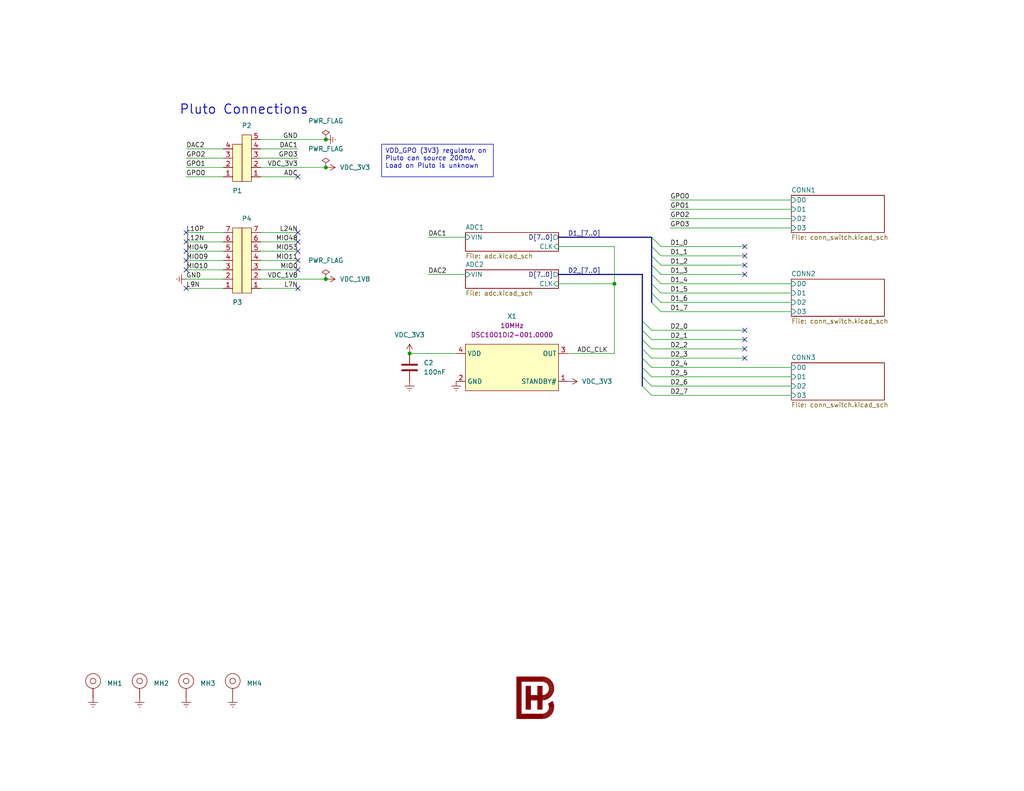
<source format=kicad_sch>
(kicad_sch (version 20231120) (generator "eeschema") (generator_version "8.0")
  (paper "A")
  (title_block (title "${PROJECT_NAME}") (date "2025-03-18") (rev "${PCB_REVISION}") (company "BRENDANHAINES.COM"))
  (lib_symbols
    (symbol "bh:C" (pin_numbers hide) (pin_names (offset 0.254))
      (property "Reference" "C" (at 0.635 2.54 0))
      (property "Value" "C" (at 0.635 -2.54 0))
      (symbol "C_0_1"
        (polyline (pts (xy -2.032 -0.762) (xy 2.032 -0.762)) (stroke (width 0.508)))
        (polyline (pts (xy -2.032 0.762) (xy 2.032 0.762)) (stroke (width 0.508)))
      )
      (symbol "C_1_1"
        (pin passive line (at 0 3.81 270) (length 2.794) (name "~") (number "1"))
        (pin passive line (at 0 -3.81 90) (length 2.794) (name "~") (number "2"))
      )
    )
    (symbol "bh:DSC1001DI2-001.0000"
      (property "Reference" "X" (at 0 0 0))
      (property "Frequency" "10MHz" (at 0 0 0))
      (property "Manufacturer Part Number" "DSC1001DI2-001.0000" (at 0 0 0))
      (symbol "DSC1001DI2-001.0000_1_1"
        (rectangle (start 0 0) (end 25.4 -12.7) (fill (type background)))
        (pin input line (at 27.94 -10.16 180) (length 2.54) (name "STANDBY#") (number "1"))
        (pin power_in line (at -2.54 -10.16 0) (length 2.54) (name "GND") (number "2"))
        (pin output line (at 27.94 -2.54 180) (length 2.54) (name "OUT") (number "3"))
        (pin power_in line (at -2.54 -2.54 0) (length 2.54) (name "VDD") (number "4"))
      )
    )
    (symbol "bh:GND" (power) (pin_names (offset 0))
      (symbol "GND_0_1"
        (polyline (pts (xy -0.635 -1.905) (xy 0.635 -1.905)))
        (polyline (pts (xy -0.127 -2.54) (xy 0.127 -2.54)))
        (polyline (pts (xy 0 -1.27) (xy 0 0)))
        (polyline (pts (xy 1.27 -1.27) (xy -1.27 -1.27)))
      )
      (symbol "GND_1_1"
        (pin power_in line (at 0 0 90) (length 0) hide (name "GND") (number "1"))
      )
    )
    (symbol "bh:Header_1_4" (pin_names (offset 1.016) hide)
      (property "Reference" "P" (at 0 0 0))
      (property "Value" "Header_1_4" (at 0 0 0))
      (symbol "Header_1_4_0_1"
        (rectangle (start 0 0) (end 2.54 -10.16) (fill (type background)))
      )
      (symbol "Header_1_4_1_1"
        (pin passive line (at -2.54 -1.27 0) (length 2.54) (name "~") (number "1"))
        (pin passive line (at -2.54 -3.81 0) (length 2.54) (name "~") (number "2"))
        (pin passive line (at -2.54 -6.35 0) (length 2.54) (name "~") (number "3"))
        (pin passive line (at -2.54 -8.89 0) (length 2.54) (name "~") (number "4"))
      )
    )
    (symbol "bh:Header_1_5" (pin_names (offset 1.016) hide)
      (property "Reference" "P" (at 0 0 0))
      (property "Value" "Header_1_5" (at 0 0 0))
      (symbol "Header_1_5_0_1"
        (rectangle (start 0 0) (end 2.54 -12.7) (fill (type background)))
      )
      (symbol "Header_1_5_1_1"
        (pin passive line (at -2.54 -1.27 0) (length 2.54) (name "~") (number "1"))
        (pin passive line (at -2.54 -3.81 0) (length 2.54) (name "~") (number "2"))
        (pin passive line (at -2.54 -6.35 0) (length 2.54) (name "~") (number "3"))
        (pin passive line (at -2.54 -8.89 0) (length 2.54) (name "~") (number "4"))
        (pin passive line (at -2.54 -11.43 0) (length 2.54) (name "~") (number "5"))
      )
    )
    (symbol "bh:Header_1_7" (pin_names (offset 1.016) hide)
      (property "Reference" "P" (at 0 0 0))
      (property "Value" "Header_1_7" (at 0 0 0))
      (symbol "Header_1_7_0_1"
        (rectangle (start 0 0) (end 2.54 -17.78) (fill (type background)))
      )
      (symbol "Header_1_7_1_1"
        (pin passive line (at -2.54 -1.27 0) (length 2.54) (name "~") (number "1"))
        (pin passive line (at -2.54 -3.81 0) (length 2.54) (name "~") (number "2"))
        (pin passive line (at -2.54 -6.35 0) (length 2.54) (name "~") (number "3"))
        (pin passive line (at -2.54 -8.89 0) (length 2.54) (name "~") (number "4"))
        (pin passive line (at -2.54 -11.43 0) (length 2.54) (name "~") (number "5"))
        (pin passive line (at -2.54 -13.97 0) (length 2.54) (name "~") (number "6"))
        (pin passive line (at -2.54 -16.51 0) (length 2.54) (name "~") (number "7"))
      )
    )
    (symbol "bh:LOGO_BH" (in_bom no)
      (symbol "LOGO_BH_0_1"
        (rectangle (start -5.08 -4.445) (end 1.905 -5.715) (fill (type outline)))
        (rectangle (start -5.08 4.445) (end -3.81 -4.445) (fill (type outline)))
        (rectangle (start -5.08 5.715) (end 1.905 4.445) (fill (type outline)))
        (rectangle (start -2.54 3.175) (end -1.27 -3.175) (fill (type outline)))
        (rectangle (start -1.27 0.635) (end 0.635 -0.635) (fill (type outline)))
        (polyline (pts (xy 1.905 0.635) (xy 1.905 -0.635)))
        (polyline (pts (xy 3.7084 -1.8542) (xy 3.7084 -1.6002)))
        (polyline (pts (xy 4.6482 -0.9906) (xy 4.572 -1.1684)))
        (polyline (pts (xy 4.7244 -1.1176) (xy 4.4704 -1.1684)))
        (polyline (pts (xy 4.8006 -1.2446) (xy 4.2418 -1.2954)))
        (polyline (pts (xy 4.8514 -1.3716) (xy 4.064 -1.4224)))
        (polyline (pts (xy 4.953 -2.54) (xy 4.9022 -1.778)))
        (polyline (pts (xy 3.81 -2.54) (xy 3.81 -2.3622) (xy 3.7846 -2.2098) (xy 3.7338 -2.032) (xy 3.683 -1.8796) (xy 3.6322 -1.7272) (xy 3.5814 -1.6002) (xy 3.7338 -1.524) (xy 3.8862 -1.4478) (xy 4.1148 -1.3208) (xy 4.2926 -1.2192) (xy 4.4704 -1.0922) (xy 4.6482 -0.9652) (xy 4.7498 -1.143) (xy 4.8514 -1.3462) (xy 4.9276 -1.5748) (xy 4.9784 -1.778) (xy 5.0292 -1.9812) (xy 5.0546 -2.1844) (xy 5.08 -2.54)))
        (rectangle (start 0.635 3.175) (end 1.905 -3.175) (fill (type outline)))
        (arc (start 1.905 -5.715) (mid 4.1501 -4.7851) (end 5.08 -2.54))
        (arc (start 1.905 -5.588) (mid 4.0603 -4.6953) (end 4.953 -2.54))
        (arc (start 1.905 -5.461) (mid 3.9705 -4.6055) (end 4.826 -2.54))
        (arc (start 1.905 -5.334) (mid 3.8807 -4.5157) (end 4.699 -2.54))
        (arc (start 1.905 -5.207) (mid 3.7909 -4.4259) (end 4.572 -2.54))
        (arc (start 1.905 -5.08) (mid 3.7011 -4.3361) (end 4.445 -2.54))
        (arc (start 1.905 -4.953) (mid 3.6112 -4.2462) (end 4.318 -2.54))
        (arc (start 1.905 -4.826) (mid 3.5214 -4.1564) (end 4.191 -2.54))
        (arc (start 1.905 -4.699) (mid 3.4316 -4.0666) (end 4.064 -2.54))
        (arc (start 1.905 -4.572) (mid 3.3418 -3.9768) (end 3.937 -2.54))
        (arc (start 1.905 -4.445) (mid 3.252 -3.887) (end 3.81 -2.54))
        (arc (start 1.905 -0.635) (mid 4.1501 0.2949) (end 5.08 2.54))
        (arc (start 1.905 -0.508) (mid 4.0603 0.3847) (end 4.953 2.54))
        (arc (start 1.905 -0.381) (mid 3.9705 0.4745) (end 4.826 2.54))
        (arc (start 1.905 -0.254) (mid 3.8807 0.5643) (end 4.699 2.54))
        (arc (start 1.905 -0.127) (mid 3.7909 0.6541) (end 4.572 2.54))
        (arc (start 1.905 0) (mid 3.7011 0.7439) (end 4.445 2.54))
        (arc (start 1.905 0.127) (mid 3.6112 0.8338) (end 4.318 2.54))
        (arc (start 1.905 0.254) (mid 3.5214 0.9236) (end 4.191 2.54))
        (arc (start 1.905 0.381) (mid 3.4316 1.0134) (end 4.064 2.54))
        (arc (start 1.905 0.508) (mid 3.3418 1.1032) (end 3.937 2.54))
        (arc (start 1.905 0.635) (mid 3.252 1.193) (end 3.81 2.54))
        (rectangle (start 3.81 -1.524) (end 4.826 -2.54) (fill (type outline)))
        (arc (start 3.81 2.54) (mid 3.252 3.887) (end 1.905 4.445))
        (arc (start 3.937 2.54) (mid 3.3418 3.9768) (end 1.905 4.572))
        (arc (start 4.064 2.54) (mid 3.4316 4.0666) (end 1.905 4.699))
        (arc (start 4.191 2.54) (mid 3.5214 4.1564) (end 1.905 4.826))
        (arc (start 4.318 2.54) (mid 3.6112 4.2462) (end 1.905 4.953))
        (arc (start 4.445 2.54) (mid 3.7011 4.3361) (end 1.905 5.08))
        (arc (start 4.572 2.54) (mid 3.7909 4.4259) (end 1.905 5.207))
        (arc (start 4.699 2.54) (mid 3.8807 4.5157) (end 1.905 5.334))
        (arc (start 4.826 2.54) (mid 3.9705 4.6055) (end 1.905 5.461))
        (arc (start 4.953 2.54) (mid 4.0603 4.6953) (end 1.905 5.588))
        (arc (start 5.08 2.54) (mid 4.1501 4.7851) (end 1.905 5.715))
      )
    )
    (symbol "bh:Mounting_Hole" (pin_numbers hide) (pin_names (offset 0.762) hide)
      (property "Reference" "MH" (at 0 7.62 0))
      (symbol "Mounting_Hole_0_1"
        (circle (center 0 4.572) (radius 0.762))
        (circle (center 0 4.572) (radius 2.032))
      )
      (symbol "Mounting_Hole_1_1"
        (pin passive line (at 0 0 90) (length 2.54) (name "1") (number "1"))
      )
    )
    (symbol "bh:PWR_FLAG" (power) (pin_numbers hide) (pin_names (offset 0) hide)
      (property "Value" "PWR_FLAG" (at 0 3.81 0))
      (symbol "PWR_FLAG_0_0"
        (pin power_out line (at 0 0 90) (length 0) (name "pwr") (number "1"))
      )
      (symbol "PWR_FLAG_0_1"
        (polyline (pts (xy 0 0) (xy 0 1.27) (xy -1.016 1.905) (xy 0 2.54) (xy 1.016 1.905) (xy 0 1.27)))
      )
    )
    (symbol "bh:VDC_1V8" (power) (pin_names (offset 0))
      (property "Value" "VDC_1V8" (at 0 3.556 0))
      (symbol "VDC_1V8_0_1"
        (polyline (pts (xy -0.762 1.27) (xy 0 2.54)))
        (polyline (pts (xy 0 0) (xy 0 2.54)))
        (polyline (pts (xy 0 2.54) (xy 0.762 1.27)))
      )
      (symbol "VDC_1V8_1_1"
        (pin power_in line (at 0 0 90) (length 0) hide (name "VDC_1V8") (number "1"))
      )
    )
    (symbol "bh:VDC_3V3" (power) (pin_names (offset 0))
      (property "Value" "VDC_3V3" (at 0 3.556 0))
      (symbol "VDC_3V3_0_1"
        (polyline (pts (xy -0.762 1.27) (xy 0 2.54)))
        (polyline (pts (xy 0 0) (xy 0 2.54)))
        (polyline (pts (xy 0 2.54) (xy 0.762 1.27)))
      )
      (symbol "VDC_3V3_1_1"
        (pin power_in line (at 0 0 90) (length 0) hide (name "VDC_3V3") (number "1"))
      )
    )
  )
  (junction (at 88.9 45.72))
  (junction (at 88.9 38.1))
  (junction (at 167.64 77.47))
  (junction (at 88.9 76.2))
  (junction (at 111.76 96.52))
  (no_connect (at 81.28 78.74))
  (no_connect (at 203.2 69.85))
  (no_connect (at 50.8 63.5))
  (no_connect (at 203.2 95.25))
  (no_connect (at 81.28 63.5))
  (no_connect (at 81.28 73.66))
  (no_connect (at 203.2 72.39))
  (no_connect (at 203.2 97.79))
  (no_connect (at 81.28 48.26))
  (no_connect (at 50.8 68.58))
  (no_connect (at 50.8 73.66))
  (no_connect (at 203.2 74.93))
  (no_connect (at 50.8 71.12))
  (no_connect (at 203.2 67.31))
  (no_connect (at 81.28 71.12))
  (no_connect (at 203.2 92.71))
  (no_connect (at 81.28 66.04))
  (no_connect (at 81.28 68.58))
  (no_connect (at 50.8 66.04))
  (no_connect (at 50.8 78.74))
  (no_connect (at 203.2 90.17))
  (bus_entry (at 175.26 102.87) (size 2.54 2.54))
  (bus_entry (at 175.26 90.17) (size 2.54 2.54))
  (bus_entry (at 177.8 82.55) (size 2.54 2.54))
  (bus_entry (at 175.26 95.25) (size 2.54 2.54))
  (bus_entry (at 177.8 69.85) (size 2.54 2.54))
  (bus_entry (at 175.26 92.71) (size 2.54 2.54))
  (bus_entry (at 177.8 74.93) (size 2.54 2.54))
  (bus_entry (at 177.8 77.47) (size 2.54 2.54))
  (bus_entry (at 177.8 67.31) (size 2.54 2.54))
  (bus_entry (at 175.26 97.79) (size 2.54 2.54))
  (bus_entry (at 175.26 100.33) (size 2.54 2.54))
  (bus_entry (at 177.8 64.77) (size 2.54 2.54))
  (bus_entry (at 177.8 72.39) (size 2.54 2.54))
  (bus_entry (at 175.26 105.41) (size 2.54 2.54))
  (bus_entry (at 177.8 80.01) (size 2.54 2.54))
  (bus_entry (at 175.26 87.63) (size 2.54 2.54))
  (wire (pts (xy 177.8 102.87) (xy 215.9 102.87)))
  (wire (pts (xy 177.8 100.33) (xy 215.9 100.33)))
  (wire (pts (xy 116.84 74.93) (xy 127 74.93)))
  (wire (pts (xy 182.88 62.23) (xy 215.9 62.23)))
  (wire (pts (xy 71.12 48.26) (xy 81.28 48.26)))
  (bus (pts (xy 177.8 77.47) (xy 177.8 80.01)))
  (wire (pts (xy 177.8 90.17) (xy 203.2 90.17)))
  (wire (pts (xy 71.12 68.58) (xy 81.28 68.58)))
  (wire (pts (xy 180.34 77.47) (xy 215.9 77.47)))
  (bus (pts (xy 177.8 69.85) (xy 177.8 72.39)))
  (wire (pts (xy 180.34 82.55) (xy 215.9 82.55)))
  (bus (pts (xy 175.26 92.71) (xy 175.26 95.25)))
  (wire (pts (xy 71.12 73.66) (xy 81.28 73.66)))
  (bus (pts (xy 175.26 102.87) (xy 175.26 105.41)))
  (bus (pts (xy 177.8 72.39) (xy 177.8 74.93)))
  (wire (pts (xy 50.8 40.64) (xy 60.96 40.64)))
  (bus (pts (xy 175.26 90.17) (xy 175.26 92.71)))
  (wire (pts (xy 177.8 107.95) (xy 215.9 107.95)))
  (wire (pts (xy 50.8 71.12) (xy 60.96 71.12)))
  (wire (pts (xy 182.88 59.69) (xy 215.9 59.69)))
  (wire (pts (xy 50.8 43.18) (xy 60.96 43.18)))
  (bus (pts (xy 152.4 64.77) (xy 177.8 64.77)))
  (wire (pts (xy 71.12 71.12) (xy 81.28 71.12)))
  (bus (pts (xy 177.8 67.31) (xy 177.8 69.85)))
  (wire (pts (xy 71.12 38.1) (xy 88.9 38.1)))
  (wire (pts (xy 50.8 66.04) (xy 60.96 66.04)))
  (wire (pts (xy 50.8 73.66) (xy 60.96 73.66)))
  (wire (pts (xy 154.94 96.52) (xy 167.64 96.52)))
  (wire (pts (xy 152.4 67.31) (xy 167.64 67.31)))
  (bus (pts (xy 175.26 74.93) (xy 175.26 87.63)))
  (wire (pts (xy 71.12 40.64) (xy 81.28 40.64)))
  (bus (pts (xy 175.26 100.33) (xy 175.26 102.87)))
  (wire (pts (xy 50.8 48.26) (xy 60.96 48.26)))
  (wire (pts (xy 71.12 78.74) (xy 81.28 78.74)))
  (wire (pts (xy 167.64 77.47) (xy 167.64 67.31)))
  (wire (pts (xy 182.88 54.61) (xy 215.9 54.61)))
  (wire (pts (xy 180.34 85.09) (xy 215.9 85.09)))
  (wire (pts (xy 177.8 95.25) (xy 203.2 95.25)))
  (bus (pts (xy 177.8 80.01) (xy 177.8 82.55)))
  (bus (pts (xy 175.26 95.25) (xy 175.26 97.79)))
  (wire (pts (xy 180.34 67.31) (xy 203.2 67.31)))
  (wire (pts (xy 180.34 69.85) (xy 203.2 69.85)))
  (bus (pts (xy 177.8 74.93) (xy 177.8 77.47)))
  (wire (pts (xy 180.34 74.93) (xy 203.2 74.93)))
  (wire (pts (xy 177.8 97.79) (xy 203.2 97.79)))
  (wire (pts (xy 116.84 64.77) (xy 127 64.77)))
  (bus (pts (xy 175.26 87.63) (xy 175.26 90.17)))
  (wire (pts (xy 50.8 63.5) (xy 60.96 63.5)))
  (wire (pts (xy 182.88 57.15) (xy 215.9 57.15)))
  (wire (pts (xy 50.8 45.72) (xy 60.96 45.72)))
  (wire (pts (xy 71.12 66.04) (xy 81.28 66.04)))
  (wire (pts (xy 71.12 76.2) (xy 88.9 76.2)))
  (bus (pts (xy 177.8 64.77) (xy 177.8 67.31)))
  (wire (pts (xy 152.4 77.47) (xy 167.64 77.47)))
  (wire (pts (xy 71.12 45.72) (xy 88.9 45.72)))
  (wire (pts (xy 180.34 80.01) (xy 215.9 80.01)))
  (wire (pts (xy 71.12 43.18) (xy 81.28 43.18)))
  (wire (pts (xy 177.8 92.71) (xy 203.2 92.71)))
  (wire (pts (xy 71.12 63.5) (xy 81.28 63.5)))
  (wire (pts (xy 177.8 105.41) (xy 215.9 105.41)))
  (wire (pts (xy 180.34 72.39) (xy 203.2 72.39)))
  (wire (pts (xy 111.76 96.52) (xy 124.46 96.52)))
  (bus (pts (xy 152.4 74.93) (xy 175.26 74.93)))
  (wire (pts (xy 50.8 78.74) (xy 60.96 78.74)))
  (wire (pts (xy 50.8 76.2) (xy 60.96 76.2)))
  (wire (pts (xy 50.8 68.58) (xy 60.96 68.58)))
  (bus (pts (xy 175.26 97.79) (xy 175.26 100.33)))
  (wire (pts (xy 167.64 96.52) (xy 167.64 77.47)))
  (text_box "VDD_GPO (3V3) regulator on Pluto can source 200mA. Load on Pluto is unknown" (at 104.14 39.37 0) (size 30.48 8.89) (effects (font (size 1.27 1.27) (thickness 0.1588)) (justify left top)))
  (text "Pluto Connections" (at 66.548 31.496 0) (effects (font (size 2.54 2.54) (thickness 0.254) (bold yes)) (justify bottom)))
  (label "MIO0" (at 81.28 73.66 180))
  (label "D2_7" (at 182.88 107.95 0))
  (label "MIO48" (at 81.28 66.04 180))
  (label "D2_3" (at 182.88 97.79 0))
  (label "VDC_3V3" (at 81.28 45.72 180))
  (label "GND" (at 81.28 38.1 180))
  (label "D1_1" (at 182.88 69.85 0))
  (label "D1_0" (at 182.88 67.31 0))
  (label "D1_4" (at 182.88 77.47 0))
  (label "DAC2" (at 116.84 74.93 0))
  (label "D1_6" (at 182.88 82.55 0))
  (label "D2_2" (at 182.88 95.25 0))
  (label "GPO3" (at 182.88 62.23 0))
  (label "D1_7" (at 182.88 85.09 0))
  (label "DAC2" (at 50.8 40.64 0))
  (label "GPO1" (at 50.8 45.72 0))
  (label "GPO0" (at 50.8 48.26 0))
  (label "MIO09" (at 50.8 71.12 0))
  (label "L7N" (at 81.28 78.74 180))
  (label "D1_5" (at 182.88 80.01 0))
  (label "ADC_CLK" (at 157.48 96.52 0))
  (label "D2_1" (at 182.88 92.71 0))
  (label "D1_2" (at 182.88 72.39 0))
  (label "VDC_1V8" (at 81.28 76.2 180))
  (label "L12N" (at 50.8 66.04 0))
  (label "D1_3" (at 182.88 74.93 0))
  (label "L9N" (at 50.8 78.74 0))
  (label "D1_[7..0]" (at 154.94 64.77 0))
  (label "D2_[7..0]" (at 154.94 74.93 0))
  (label "D2_6" (at 182.88 105.41 0))
  (label "MIO11" (at 81.28 71.12 180))
  (label "GPO1" (at 182.88 57.15 0))
  (label "D2_0" (at 182.88 90.17 0))
  (label "MIO49" (at 50.8 68.58 0))
  (label "L24N" (at 81.28 63.5 180))
  (label "GPO3" (at 81.28 43.18 180))
  (label "ADC" (at 81.28 48.26 180))
  (label "DAC1" (at 81.28 40.64 180))
  (label "GPO2" (at 50.8 43.18 0))
  (label "DAC1" (at 116.84 64.77 0))
  (label "MIO10" (at 50.8 73.66 0))
  (label "D2_4" (at 182.88 100.33 0))
  (label "GPO2" (at 182.88 59.69 0))
  (label "GND" (at 50.8 76.2 0))
  (label "D2_5" (at 182.88 102.87 0))
  (label "L10P" (at 50.8 63.5 0))
  (label "GPO0" (at 182.88 54.61 0))
  (label "MIO53" (at 81.28 68.58 180))
  (symbol (lib_id "bh:PWR_FLAG") (at 88.9 38.1 0) (unit 1)
    (property "Reference" "#FLG01" (effects (hide yes)))
    (property "Value" "PWR_FLAG" (at 88.9 33.02 0))
    (property "Description" "Special symbol for telling ERC where power comes from" (effects (hide yes)))
  )
  (symbol (lib_id "bh:GND") (at 124.46 104.14 0) (unit 1)
    (property "Reference" "#PWR039" (effects (hide yes)))
    (property "Value" "GND" (effects (hide yes)))
  )
  (symbol (lib_id "bh:GND") (at 50.8 76.2 270) (unit 1)
    (property "Reference" "#PWR08" (effects (hide yes)))
    (property "Value" "GND" (effects (hide yes)))
  )
  (symbol (lib_id "bh:VDC_3V3") (at 88.9 45.72 270) (unit 1)
    (property "Reference" "#PWR05" (effects (hide yes)))
    (property "Value" "VDC_3V3" (at 92.71 45.7199 90) (effects (justify left)))
    (property "Description" "Power Symbol" (effects (hide yes)))
  )
  (symbol (lib_id "bh:LOGO_BH") (at 146.05 190.5 0) (unit 1) (in_bom no)
    (property "Reference" "LOGO1" (effects (hide yes)))
    (property "Value" "~" (at 146.685 189.865 0))
    (property "Footprint" "common:LOGO_BH" (effects (hide yes)))
  )
  (symbol (lib_id "bh:Header_1_7") (at 63.5 80.01 0) (mirror x) (unit 1)
    (property "Reference" "P3" (at 64.77 82.55 0))
    (property "Value" "Header_1_7" (effects (hide yes)))
    (property "Footprint" "common:PinHeader_1x07_P2.54mm_Vertical" (effects (hide yes)))
    (property "Description" "Header, 1x7" (effects (hide yes)))
    (property "Manufacturer" "Samtec, Inc." (effects (hide yes)))
    (property "ManufacturerPartNumber" "TSW-107-05-G-S" (effects (hide yes)))
    (property "Supplier" "Samtec, Inc" (effects (hide yes)))
    (property "SupplierPartNumber" "TSW-107-05-G-S" (effects (hide yes)))
  )
  (symbol (lib_id "bh:Mounting_Hole") (at 63.5 190.5 0) (unit 1)
    (property "Reference" "MH4" (at 67.31 186.563 0) (effects (justify left)))
    (property "Value" "Mounting_Hole" (effects (hide yes)))
    (property "Footprint" "common:MH120X230_#4" (effects (hide yes)))
  )
  (symbol (lib_id "bh:Header_1_7") (at 68.58 80.01 180) (unit 1)
    (property "Reference" "P4" (at 67.31 59.69 0))
    (property "Value" "Header_1_7" (effects (hide yes)))
    (property "Footprint" "common:PinHeader_1x07_P2.54mm_Vertical" (effects (hide yes)))
    (property "Description" "Header, 1x7" (effects (hide yes)))
    (property "Manufacturer" "Samtec, Inc." (effects (hide yes)))
    (property "ManufacturerPartNumber" "TSW-107-05-G-S" (effects (hide yes)))
    (property "Supplier" "Samtec, Inc" (effects (hide yes)))
    (property "SupplierPartNumber" "TSW-107-05-G-S" (effects (hide yes)))
  )
  (symbol (lib_id "bh:DSC1001DI2-001.0000") (at 127 93.98 0) (unit 1)
    (property "Reference" "X1" (at 139.7 86.36 0))
    (property "Value" "DSC1001DI2-001.0000" (effects (hide yes)))
    (property "Footprint" "common:OSCILLATOR_250X200" (effects (hide yes)))
    (property "Datasheet" "https://www.mouser.com/datasheet/2/268/DSC1001_3_4_1_8V_3_3V_Low_Power_Precision_CMOS_Osc-3314582.pdf" (effects (hide yes)))
    (property "Frequency" "10MHz" (at 139.7 88.9 0))
    (property "Tolerance" "25PPM" (effects (hide yes)))
    (property "ManufacturerPartNumber" "DSC1001DI2-001.0000" (at 139.7 91.44 0))
    (property "Manufacturer" "Microchip Technology" (effects (hide yes)))
  )
  (symbol (lib_id "bh:GND") (at 38.1 190.5 0) (unit 1)
    (property "Reference" "#PWR02" (effects (hide yes)))
    (property "Value" "GND" (effects (hide yes)))
  )
  (symbol (lib_id "bh:PWR_FLAG") (at 88.9 45.72 0) (unit 1)
    (property "Reference" "#FLG02" (effects (hide yes)))
    (property "Value" "PWR_FLAG" (at 88.9 40.64 0))
    (property "Description" "Special symbol for telling ERC where power comes from" (effects (hide yes)))
  )
  (symbol (lib_id "bh:VDC_3V3") (at 111.76 96.52 0) (unit 1)
    (property "Reference" "#PWR038" (effects (hide yes)))
    (property "Value" "VDC_3V3" (at 111.76 91.44 0))
    (property "Description" "Power Symbol" (effects (hide yes)))
  )
  (symbol (lib_id "bh:Header_1_4") (at 63.5 49.53 0) (mirror x) (unit 1)
    (property "Reference" "P1" (at 64.77 52.07 0))
    (property "Value" "Header_1_4" (effects (hide yes)))
    (property "Footprint" "common:PinHeader_1x04_P2.54mm_Vertical" (effects (hide yes)))
    (property "Description" "Header, 1x4" (effects (hide yes)))
    (property "Manufacturer" "Samtec, Inc." (effects (hide yes)))
    (property "ManufacturerPartNumber" "TSW-104-05-G-S" (effects (hide yes)))
    (property "Supplier" "Samtec, Inc" (effects (hide yes)))
    (property "SupplierPartNumber" "TSW-104-05-G-S" (effects (hide yes)))
  )
  (symbol (lib_id "bh:VDC_1V8") (at 88.9 76.2 270) (unit 1)
    (property "Reference" "#PWR06" (effects (hide yes)))
    (property "Value" "VDC_1V8" (at 92.71 76.1999 90) (effects (justify left)))
    (property "Description" "Power Symbol" (effects (hide yes)))
  )
  (symbol (lib_id "bh:GND") (at 25.4 190.5 0) (unit 1)
    (property "Reference" "#PWR01" (effects (hide yes)))
    (property "Value" "GND" (effects (hide yes)))
  )
  (symbol (lib_id "bh:Mounting_Hole") (at 50.8 190.5 0) (unit 1)
    (property "Reference" "MH3" (at 54.61 186.563 0) (effects (justify left)))
    (property "Value" "Mounting_Hole" (effects (hide yes)))
    (property "Footprint" "common:MH120X230_#4" (effects (hide yes)))
  )
  (symbol (lib_id "bh:Header_1_5") (at 68.58 49.53 180) (unit 1)
    (property "Reference" "P2" (at 67.31 34.29 0))
    (property "Value" "Header_1_5" (effects (hide yes)))
    (property "Footprint" "common:PinHeader_1x05_P2.54mm_Vertical" (effects (hide yes)))
    (property "Description" "Header, 1x5" (effects (hide yes)))
    (property "Manufacturer" "Samtec, Inc." (effects (hide yes)))
    (property "ManufacturerPartNumber" "TSW-105-05-G-S" (effects (hide yes)))
    (property "Supplier" "Samtec, Inc" (effects (hide yes)))
    (property "SupplierPartNumber" "TSW-105-05-G-S" (effects (hide yes)))
  )
  (symbol (lib_id "bh:GND") (at 88.9 38.1 90) (unit 1)
    (property "Reference" "#PWR07" (effects (hide yes)))
    (property "Value" "GND" (effects (hide yes)))
  )
  (symbol (lib_id "bh:GND") (at 111.76 104.14 0) (unit 1)
    (property "Reference" "#PWR040" (effects (hide yes)))
    (property "Value" "GND" (effects (hide yes)))
    (property "Description" "Power Symbol" (effects (hide yes)))
  )
  (symbol (lib_id "bh:Mounting_Hole") (at 25.4 190.5 0) (unit 1)
    (property "Reference" "MH1" (at 29.21 186.563 0) (effects (justify left)))
    (property "Value" "Mounting_Hole" (effects (hide yes)))
    (property "Footprint" "common:MH120X230_#4" (effects (hide yes)))
  )
  (symbol (lib_id "bh:PWR_FLAG") (at 88.9 76.2 0) (unit 1)
    (property "Reference" "#FLG03" (effects (hide yes)))
    (property "Value" "PWR_FLAG" (at 88.9 71.12 0))
    (property "Description" "Special symbol for telling ERC where power comes from" (effects (hide yes)))
  )
  (symbol (lib_id "bh:VDC_3V3") (at 154.94 104.14 270) (unit 1)
    (property "Reference" "#PWR037" (effects (hide yes)))
    (property "Value" "VDC_3V3" (at 158.75 104.1399 90) (effects (justify left)))
    (property "Description" "Power Symbol" (effects (hide yes)))
  )
  (symbol (lib_id "bh:C") (at 111.76 100.33 0) (unit 1)
    (property "Reference" "C2" (at 115.57 99.0599 0) (effects (justify left)))
    (property "Value" "100nF" (at 115.57 101.5999 0) (effects (justify left)))
    (property "Footprint" "common:C0402" (effects (hide yes)))
    (property "Description" "Capacitor" (effects (hide yes)))
    (property "FieldName" "Value" (effects (hide yes)))
    (property "Sim.Device" "C" (effects (hide yes)))
    (property "Sim.Pins" "1=+ 2=-" (effects (hide yes)))
  )
  (symbol (lib_id "bh:GND") (at 63.5 190.5 0) (unit 1)
    (property "Reference" "#PWR04" (effects (hide yes)))
    (property "Value" "GND" (effects (hide yes)))
  )
  (symbol (lib_id "bh:GND") (at 50.8 190.5 0) (unit 1)
    (property "Reference" "#PWR03" (effects (hide yes)))
    (property "Value" "GND" (effects (hide yes)))
  )
  (symbol (lib_id "bh:Mounting_Hole") (at 38.1 190.5 0) (unit 1)
    (property "Reference" "MH2" (at 41.91 186.563 0) (effects (justify left)))
    (property "Value" "Mounting_Hole" (effects (hide yes)))
    (property "Footprint" "common:MH120X230_#4" (effects (hide yes)))
  )
  (sheet (at 127 73.66) (size 25.4 5.08) (stroke (width 0.1524))
    (property "Sheetname" "ADC2" (at 127 72.9484 0) (effects (justify left bottom)))
    (property "Sheetfile" "adc.kicad_sch" (at 127 79.3246 0) (effects (justify left top)))
    (pin "VIN" input (at 127 74.93 180))
    (pin "D[7..0]" output (at 152.4 74.93 0))
    (pin "CLK" input (at 152.4 77.47 0))
  )
  (sheet (at 127 63.5) (size 25.4 5.08) (stroke (width 0.1524))
    (property "Sheetname" "ADC1" (at 127 62.7884 0) (effects (justify left bottom)))
    (property "Sheetfile" "adc.kicad_sch" (at 127 69.1646 0) (effects (justify left top)))
    (pin "VIN" input (at 127 64.77 180))
    (pin "D[7..0]" output (at 152.4 64.77 0))
    (pin "CLK" input (at 152.4 67.31 0))
  )
  (sheet (at 215.9 76.2) (size 25.4 10.16) (stroke (width 0.1524))
    (property "Sheetname" "CONN2" (at 215.9 75.4884 0) (effects (justify left bottom)))
    (property "Sheetfile" "conn_switch.kicad_sch" (at 215.9 86.9446 0) (effects (justify left top)))
    (pin "D0" input (at 215.9 77.47 180))
    (pin "D1" input (at 215.9 80.01 180))
    (pin "D2" input (at 215.9 82.55 180))
    (pin "D3" input (at 215.9 85.09 180))
  )
  (sheet (at 215.9 99.06) (size 25.4 10.16) (stroke (width 0.1524))
    (property "Sheetname" "CONN3" (at 215.9 98.3484 0) (effects (justify left bottom)))
    (property "Sheetfile" "conn_switch.kicad_sch" (at 215.9 109.8046 0) (effects (justify left top)))
    (pin "D0" input (at 215.9 100.33 180))
    (pin "D1" input (at 215.9 102.87 180))
    (pin "D2" input (at 215.9 105.41 180))
    (pin "D3" input (at 215.9 107.95 180))
  )
  (sheet (at 215.9 53.34) (size 25.4 10.16) (stroke (width 0.1524))
    (property "Sheetname" "CONN1" (at 215.9 52.6284 0) (effects (justify left bottom)))
    (property "Sheetfile" "conn_switch.kicad_sch" (at 215.9 64.0846 0) (effects (justify left top)))
    (pin "D0" input (at 215.9 54.61 180))
    (pin "D1" input (at 215.9 57.15 180))
    (pin "D2" input (at 215.9 59.69 180))
    (pin "D3" input (at 215.9 62.23 180))
  )
)
</source>
